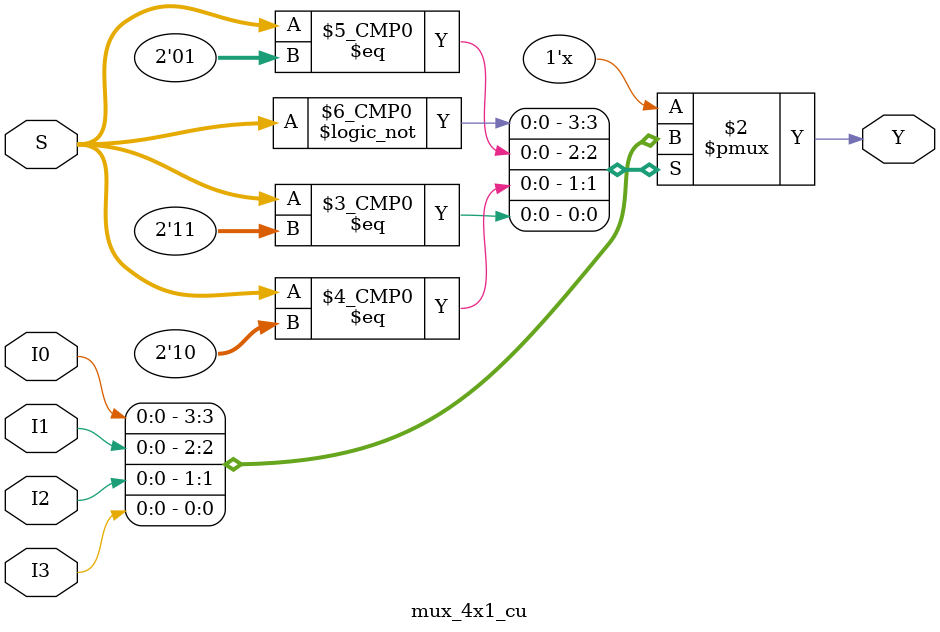
<source format=v>

module mux_4x1_cu (output reg  Y, input [1:0]S, input I0, I1,I2, I3);
always @ (S, I0, I1, I2, I3)
case (S)
2'b00: Y=I0;
2'b01: Y=I1;
2'b10: Y=I2;
2'b11: Y=I3;
endcase
endmodule

</source>
